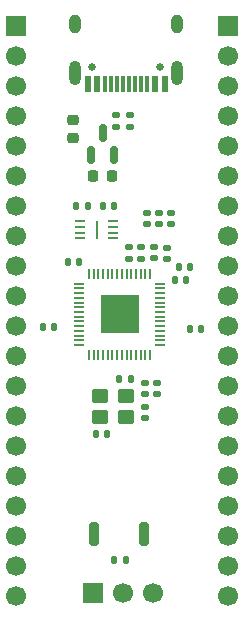
<source format=gbr>
%TF.GenerationSoftware,KiCad,Pcbnew,9.0.6*%
%TF.CreationDate,2025-12-02T19:28:56-05:00*%
%TF.ProjectId,DEVBOARD,44455642-4f41-4524-942e-6b696361645f,rev?*%
%TF.SameCoordinates,Original*%
%TF.FileFunction,Soldermask,Top*%
%TF.FilePolarity,Negative*%
%FSLAX46Y46*%
G04 Gerber Fmt 4.6, Leading zero omitted, Abs format (unit mm)*
G04 Created by KiCad (PCBNEW 9.0.6) date 2025-12-02 19:28:56*
%MOMM*%
%LPD*%
G01*
G04 APERTURE LIST*
G04 Aperture macros list*
%AMRoundRect*
0 Rectangle with rounded corners*
0 $1 Rounding radius*
0 $2 $3 $4 $5 $6 $7 $8 $9 X,Y pos of 4 corners*
0 Add a 4 corners polygon primitive as box body*
4,1,4,$2,$3,$4,$5,$6,$7,$8,$9,$2,$3,0*
0 Add four circle primitives for the rounded corners*
1,1,$1+$1,$2,$3*
1,1,$1+$1,$4,$5*
1,1,$1+$1,$6,$7*
1,1,$1+$1,$8,$9*
0 Add four rect primitives between the rounded corners*
20,1,$1+$1,$2,$3,$4,$5,0*
20,1,$1+$1,$4,$5,$6,$7,0*
20,1,$1+$1,$6,$7,$8,$9,0*
20,1,$1+$1,$8,$9,$2,$3,0*%
G04 Aperture macros list end*
%ADD10RoundRect,0.140000X0.140000X0.170000X-0.140000X0.170000X-0.140000X-0.170000X0.140000X-0.170000X0*%
%ADD11C,0.650000*%
%ADD12R,0.600000X1.450000*%
%ADD13R,0.300000X1.450000*%
%ADD14O,1.000000X2.100000*%
%ADD15O,1.000000X1.600000*%
%ADD16RoundRect,0.062500X-0.387500X-0.062500X0.387500X-0.062500X0.387500X0.062500X-0.387500X0.062500X0*%
%ADD17R,0.200000X1.600000*%
%ADD18RoundRect,0.140000X0.170000X-0.140000X0.170000X0.140000X-0.170000X0.140000X-0.170000X-0.140000X0*%
%ADD19RoundRect,0.150000X0.150000X-0.587500X0.150000X0.587500X-0.150000X0.587500X-0.150000X-0.587500X0*%
%ADD20RoundRect,0.140000X-0.170000X0.140000X-0.170000X-0.140000X0.170000X-0.140000X0.170000X0.140000X0*%
%ADD21RoundRect,0.135000X-0.185000X0.135000X-0.185000X-0.135000X0.185000X-0.135000X0.185000X0.135000X0*%
%ADD22R,1.700000X1.700000*%
%ADD23C,1.700000*%
%ADD24RoundRect,0.140000X-0.140000X-0.170000X0.140000X-0.170000X0.140000X0.170000X-0.140000X0.170000X0*%
%ADD25RoundRect,0.135000X0.135000X0.185000X-0.135000X0.185000X-0.135000X-0.185000X0.135000X-0.185000X0*%
%ADD26RoundRect,0.200000X-0.200000X-0.800000X0.200000X-0.800000X0.200000X0.800000X-0.200000X0.800000X0*%
%ADD27RoundRect,0.050000X-0.387500X-0.050000X0.387500X-0.050000X0.387500X0.050000X-0.387500X0.050000X0*%
%ADD28RoundRect,0.050000X-0.050000X-0.387500X0.050000X-0.387500X0.050000X0.387500X-0.050000X0.387500X0*%
%ADD29R,3.200000X3.200000*%
%ADD30RoundRect,0.250000X0.450000X0.350000X-0.450000X0.350000X-0.450000X-0.350000X0.450000X-0.350000X0*%
%ADD31RoundRect,0.225000X-0.250000X0.225000X-0.250000X-0.225000X0.250000X-0.225000X0.250000X0.225000X0*%
%ADD32RoundRect,0.225000X0.225000X0.250000X-0.225000X0.250000X-0.225000X-0.250000X0.225000X-0.250000X0*%
%ADD33RoundRect,0.135000X-0.135000X-0.185000X0.135000X-0.185000X0.135000X0.185000X-0.135000X0.185000X0*%
G04 APERTURE END LIST*
D10*
%TO.C,C15*%
X148163354Y-110290324D03*
X147203354Y-110290324D03*
%TD*%
D11*
%TO.C,J1*%
X152640000Y-79250000D03*
X146860000Y-79250000D03*
D12*
X153000000Y-80695000D03*
X152200000Y-80695000D03*
D13*
X151000000Y-80695000D03*
X150000000Y-80695000D03*
X149500000Y-80695000D03*
X148500000Y-80695000D03*
D12*
X147300000Y-80695000D03*
X146500000Y-80695000D03*
X146500000Y-80695000D03*
X147300000Y-80695000D03*
D13*
X148000000Y-80695000D03*
X149000000Y-80695000D03*
X150500000Y-80695000D03*
X151500000Y-80695000D03*
D12*
X152200000Y-80695000D03*
X153000000Y-80695000D03*
D14*
X154070000Y-79780000D03*
D15*
X154070000Y-75600000D03*
D14*
X145430000Y-79780000D03*
D15*
X145430000Y-75600000D03*
%TD*%
D16*
%TO.C,U4*%
X145825000Y-92250000D03*
X145825000Y-92750000D03*
X145825000Y-93250000D03*
X145825000Y-93750000D03*
X148675000Y-93750000D03*
X148675000Y-93250000D03*
X148675000Y-92750000D03*
X148675000Y-92250000D03*
D17*
X147250000Y-93000000D03*
%TD*%
D18*
%TO.C,C6*%
X152560342Y-92549722D03*
X152560342Y-91589722D03*
%TD*%
D10*
%TO.C,C3*%
X143650605Y-101261264D03*
X142690605Y-101261264D03*
%TD*%
D19*
%TO.C,U2*%
X146800000Y-86687500D03*
X148700000Y-86687500D03*
X147750000Y-84812500D03*
%TD*%
D18*
%TO.C,C11*%
X151547092Y-92532466D03*
X151547092Y-91572466D03*
%TD*%
%TO.C,C10*%
X152104983Y-95433019D03*
X152104983Y-94473019D03*
%TD*%
D20*
%TO.C,C12*%
X152386750Y-106002744D03*
X152386750Y-106962744D03*
%TD*%
D21*
%TO.C,R4*%
X150986750Y-94472744D03*
X150986750Y-95492744D03*
%TD*%
D22*
%TO.C,J2*%
X140410000Y-75780000D03*
D23*
X140410000Y-78320000D03*
X140410000Y-80860000D03*
X140410000Y-83400000D03*
X140410000Y-85940000D03*
X140410000Y-88480000D03*
X140410000Y-91020000D03*
X140410000Y-93560000D03*
X140410000Y-96100000D03*
X140410000Y-98640000D03*
X140410000Y-101180000D03*
X140410000Y-103720000D03*
X140410000Y-106260000D03*
X140410000Y-108800000D03*
X140410000Y-111340000D03*
X140410000Y-113880000D03*
X140410000Y-116420000D03*
X140410000Y-118960000D03*
X140410000Y-121500000D03*
X140410000Y-124040000D03*
%TD*%
D21*
%TO.C,R3*%
X149986750Y-94472744D03*
X149986750Y-95492744D03*
%TD*%
D24*
%TO.C,C1*%
X154224784Y-96165452D03*
X155184784Y-96165452D03*
%TD*%
D25*
%TO.C,R6*%
X149760000Y-121000000D03*
X148740000Y-121000000D03*
%TD*%
D26*
%TO.C,SW1*%
X147050000Y-118750000D03*
X151250000Y-118750000D03*
%TD*%
D27*
%TO.C,U1*%
X145749250Y-97582744D03*
X145749250Y-97982744D03*
X145749250Y-98382744D03*
X145749250Y-98782744D03*
X145749250Y-99182744D03*
X145749250Y-99582744D03*
X145749250Y-99982744D03*
X145749250Y-100382744D03*
X145749250Y-100782744D03*
X145749250Y-101182744D03*
X145749250Y-101582744D03*
X145749250Y-101982744D03*
X145749250Y-102382744D03*
X145749250Y-102782744D03*
D28*
X146586750Y-103620244D03*
X146986750Y-103620244D03*
X147386750Y-103620244D03*
X147786750Y-103620244D03*
X148186750Y-103620244D03*
X148586750Y-103620244D03*
X148986750Y-103620244D03*
X149386750Y-103620244D03*
X149786750Y-103620244D03*
X150186750Y-103620244D03*
X150586750Y-103620244D03*
X150986750Y-103620244D03*
X151386750Y-103620244D03*
X151786750Y-103620244D03*
D27*
X152624250Y-102782744D03*
X152624250Y-102382744D03*
X152624250Y-101982744D03*
X152624250Y-101582744D03*
X152624250Y-101182744D03*
X152624250Y-100782744D03*
X152624250Y-100382744D03*
X152624250Y-99982744D03*
X152624250Y-99582744D03*
X152624250Y-99182744D03*
X152624250Y-98782744D03*
X152624250Y-98382744D03*
X152624250Y-97982744D03*
X152624250Y-97582744D03*
D28*
X151786750Y-96745244D03*
X151386750Y-96745244D03*
X150986750Y-96745244D03*
X150586750Y-96745244D03*
X150186750Y-96745244D03*
X149786750Y-96745244D03*
X149386750Y-96745244D03*
X148986750Y-96745244D03*
X148586750Y-96745244D03*
X148186750Y-96745244D03*
X147786750Y-96745244D03*
X147386750Y-96745244D03*
X146986750Y-96745244D03*
X146586750Y-96745244D03*
D29*
X149186750Y-100182744D03*
%TD*%
D22*
%TO.C,J3*%
X158338861Y-75776831D03*
D23*
X158338861Y-78316831D03*
X158338861Y-80856831D03*
X158338861Y-83396831D03*
X158338861Y-85936831D03*
X158338861Y-88476831D03*
X158338861Y-91016831D03*
X158338861Y-93556831D03*
X158338861Y-96096831D03*
X158338861Y-98636831D03*
X158338861Y-101176831D03*
X158338861Y-103716831D03*
X158338861Y-106256831D03*
X158338861Y-108796831D03*
X158338861Y-111336831D03*
X158338861Y-113876831D03*
X158338861Y-116416831D03*
X158338861Y-118956831D03*
X158338861Y-121496831D03*
X158338861Y-124036831D03*
%TD*%
D30*
%TO.C,Y1*%
X149736750Y-107132744D03*
X147536750Y-107132744D03*
X147536750Y-108832744D03*
X149736750Y-108832744D03*
%TD*%
D10*
%TO.C,C4*%
X145750000Y-95750000D03*
X144790000Y-95750000D03*
%TD*%
D21*
%TO.C,R2*%
X148909748Y-83279854D03*
X148909748Y-84299854D03*
%TD*%
D10*
%TO.C,C17*%
X148720000Y-91000000D03*
X147760000Y-91000000D03*
%TD*%
D31*
%TO.C,C13*%
X145250000Y-83725000D03*
X145250000Y-85275000D03*
%TD*%
D20*
%TO.C,C2*%
X151386750Y-106002744D03*
X151386750Y-106962744D03*
%TD*%
D25*
%TO.C,R5*%
X150166722Y-105636947D03*
X149146722Y-105636947D03*
%TD*%
D32*
%TO.C,C14*%
X148525000Y-88500000D03*
X146975000Y-88500000D03*
%TD*%
D21*
%TO.C,R1*%
X150105032Y-83289651D03*
X150105032Y-84309651D03*
%TD*%
D24*
%TO.C,C9*%
X155114209Y-101427535D03*
X156074209Y-101427535D03*
%TD*%
D22*
%TO.C,J4*%
X146920000Y-123750000D03*
D23*
X149460000Y-123750000D03*
X152000000Y-123750000D03*
%TD*%
D18*
%TO.C,C7*%
X153560342Y-92549722D03*
X153560342Y-91589722D03*
%TD*%
%TO.C,C16*%
X151386750Y-108962744D03*
X151386750Y-108002744D03*
%TD*%
%TO.C,C5*%
X153236750Y-95482744D03*
X153236750Y-94522744D03*
%TD*%
D24*
%TO.C,C8*%
X153878693Y-97237920D03*
X154838693Y-97237920D03*
%TD*%
D33*
%TO.C,R7*%
X145480000Y-91000000D03*
X146500000Y-91000000D03*
%TD*%
M02*

</source>
